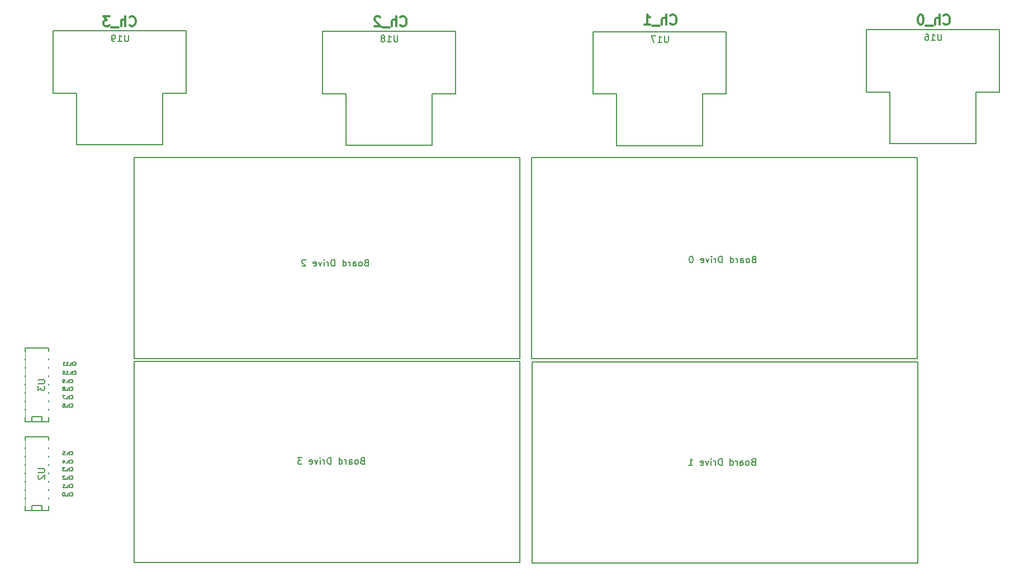
<source format=gbo>
G04 #@! TF.FileFunction,Legend,Bot*
%FSLAX46Y46*%
G04 Gerber Fmt 4.6, Leading zero omitted, Abs format (unit mm)*
G04 Created by KiCad (PCBNEW 4.0.7) date 01/25/18 14:49:12*
%MOMM*%
%LPD*%
G01*
G04 APERTURE LIST*
%ADD10C,0.100000*%
%ADD11C,0.300000*%
%ADD12C,0.127000*%
%ADD13C,0.150000*%
%ADD14C,3.092400*%
%ADD15R,1.924000X1.924000*%
%ADD16C,1.924000*%
%ADD17C,2.584400*%
%ADD18C,2.900000*%
%ADD19C,3.400000*%
%ADD20C,3.956000*%
%ADD21C,7.004000*%
%ADD22R,1.950000X1.000000*%
%ADD23C,3.600000*%
G04 APERTURE END LIST*
D10*
D11*
X82373599Y-67820314D02*
X82445028Y-67891743D01*
X82659314Y-67963171D01*
X82802171Y-67963171D01*
X83016456Y-67891743D01*
X83159314Y-67748886D01*
X83230742Y-67606029D01*
X83302171Y-67320314D01*
X83302171Y-67106029D01*
X83230742Y-66820314D01*
X83159314Y-66677457D01*
X83016456Y-66534600D01*
X82802171Y-66463171D01*
X82659314Y-66463171D01*
X82445028Y-66534600D01*
X82373599Y-66606029D01*
X81730742Y-67963171D02*
X81730742Y-66463171D01*
X81087885Y-67963171D02*
X81087885Y-67177457D01*
X81159314Y-67034600D01*
X81302171Y-66963171D01*
X81516456Y-66963171D01*
X81659314Y-67034600D01*
X81730742Y-67106029D01*
X80730742Y-68106029D02*
X79587885Y-68106029D01*
X79373599Y-66463171D02*
X78445028Y-66463171D01*
X78945028Y-67034600D01*
X78730742Y-67034600D01*
X78587885Y-67106029D01*
X78516456Y-67177457D01*
X78445028Y-67320314D01*
X78445028Y-67677457D01*
X78516456Y-67820314D01*
X78587885Y-67891743D01*
X78730742Y-67963171D01*
X79159314Y-67963171D01*
X79302171Y-67891743D01*
X79373599Y-67820314D01*
X123419999Y-67845714D02*
X123491428Y-67917143D01*
X123705714Y-67988571D01*
X123848571Y-67988571D01*
X124062856Y-67917143D01*
X124205714Y-67774286D01*
X124277142Y-67631429D01*
X124348571Y-67345714D01*
X124348571Y-67131429D01*
X124277142Y-66845714D01*
X124205714Y-66702857D01*
X124062856Y-66560000D01*
X123848571Y-66488571D01*
X123705714Y-66488571D01*
X123491428Y-66560000D01*
X123419999Y-66631429D01*
X122777142Y-67988571D02*
X122777142Y-66488571D01*
X122134285Y-67988571D02*
X122134285Y-67202857D01*
X122205714Y-67060000D01*
X122348571Y-66988571D01*
X122562856Y-66988571D01*
X122705714Y-67060000D01*
X122777142Y-67131429D01*
X121777142Y-68131429D02*
X120634285Y-68131429D01*
X120348571Y-66631429D02*
X120277142Y-66560000D01*
X120134285Y-66488571D01*
X119777142Y-66488571D01*
X119634285Y-66560000D01*
X119562856Y-66631429D01*
X119491428Y-66774286D01*
X119491428Y-66917143D01*
X119562856Y-67131429D01*
X120419999Y-67988571D01*
X119491428Y-67988571D01*
X164313999Y-67591714D02*
X164385428Y-67663143D01*
X164599714Y-67734571D01*
X164742571Y-67734571D01*
X164956856Y-67663143D01*
X165099714Y-67520286D01*
X165171142Y-67377429D01*
X165242571Y-67091714D01*
X165242571Y-66877429D01*
X165171142Y-66591714D01*
X165099714Y-66448857D01*
X164956856Y-66306000D01*
X164742571Y-66234571D01*
X164599714Y-66234571D01*
X164385428Y-66306000D01*
X164313999Y-66377429D01*
X163671142Y-67734571D02*
X163671142Y-66234571D01*
X163028285Y-67734571D02*
X163028285Y-66948857D01*
X163099714Y-66806000D01*
X163242571Y-66734571D01*
X163456856Y-66734571D01*
X163599714Y-66806000D01*
X163671142Y-66877429D01*
X162671142Y-67877429D02*
X161528285Y-67877429D01*
X160385428Y-67734571D02*
X161242571Y-67734571D01*
X160813999Y-67734571D02*
X160813999Y-66234571D01*
X160956856Y-66448857D01*
X161099714Y-66591714D01*
X161242571Y-66663143D01*
X205715999Y-67591714D02*
X205787428Y-67663143D01*
X206001714Y-67734571D01*
X206144571Y-67734571D01*
X206358856Y-67663143D01*
X206501714Y-67520286D01*
X206573142Y-67377429D01*
X206644571Y-67091714D01*
X206644571Y-66877429D01*
X206573142Y-66591714D01*
X206501714Y-66448857D01*
X206358856Y-66306000D01*
X206144571Y-66234571D01*
X206001714Y-66234571D01*
X205787428Y-66306000D01*
X205715999Y-66377429D01*
X205073142Y-67734571D02*
X205073142Y-66234571D01*
X204430285Y-67734571D02*
X204430285Y-66948857D01*
X204501714Y-66806000D01*
X204644571Y-66734571D01*
X204858856Y-66734571D01*
X205001714Y-66806000D01*
X205073142Y-66877429D01*
X204073142Y-67877429D02*
X202930285Y-67877429D01*
X202287428Y-66234571D02*
X202144571Y-66234571D01*
X202001714Y-66306000D01*
X201930285Y-66377429D01*
X201858856Y-66520286D01*
X201787428Y-66806000D01*
X201787428Y-67163143D01*
X201858856Y-67448857D01*
X201930285Y-67591714D01*
X202001714Y-67663143D01*
X202144571Y-67734571D01*
X202287428Y-67734571D01*
X202430285Y-67663143D01*
X202501714Y-67591714D01*
X202573142Y-67448857D01*
X202644571Y-67163143D01*
X202644571Y-66806000D01*
X202573142Y-66520286D01*
X202501714Y-66377429D01*
X202430285Y-66306000D01*
X202287428Y-66234571D01*
D12*
X73956334Y-119307429D02*
X73980524Y-119331619D01*
X74053096Y-119355810D01*
X74101477Y-119355810D01*
X74174048Y-119331619D01*
X74222429Y-119283238D01*
X74246620Y-119234857D01*
X74270810Y-119138095D01*
X74270810Y-119065524D01*
X74246620Y-118968762D01*
X74222429Y-118920381D01*
X74174048Y-118872000D01*
X74101477Y-118847810D01*
X74053096Y-118847810D01*
X73980524Y-118872000D01*
X73956334Y-118896190D01*
X73738620Y-119355810D02*
X73738620Y-118847810D01*
X73520905Y-119355810D02*
X73520905Y-119089714D01*
X73545096Y-119041333D01*
X73593477Y-119017143D01*
X73666048Y-119017143D01*
X73714429Y-119041333D01*
X73738620Y-119065524D01*
X73279001Y-119307429D02*
X73254810Y-119331619D01*
X73279001Y-119355810D01*
X73303191Y-119331619D01*
X73279001Y-119307429D01*
X73279001Y-119355810D01*
X72771000Y-119355810D02*
X73061286Y-119355810D01*
X72916143Y-119355810D02*
X72916143Y-118847810D01*
X72964524Y-118920381D01*
X73012905Y-118968762D01*
X73061286Y-118992952D01*
X72287190Y-119355810D02*
X72577476Y-119355810D01*
X72432333Y-119355810D02*
X72432333Y-118847810D01*
X72480714Y-118920381D01*
X72529095Y-118968762D01*
X72577476Y-118992952D01*
X73956334Y-120704429D02*
X73980524Y-120728619D01*
X74053096Y-120752810D01*
X74101477Y-120752810D01*
X74174048Y-120728619D01*
X74222429Y-120680238D01*
X74246620Y-120631857D01*
X74270810Y-120535095D01*
X74270810Y-120462524D01*
X74246620Y-120365762D01*
X74222429Y-120317381D01*
X74174048Y-120269000D01*
X74101477Y-120244810D01*
X74053096Y-120244810D01*
X73980524Y-120269000D01*
X73956334Y-120293190D01*
X73738620Y-120752810D02*
X73738620Y-120244810D01*
X73520905Y-120752810D02*
X73520905Y-120486714D01*
X73545096Y-120438333D01*
X73593477Y-120414143D01*
X73666048Y-120414143D01*
X73714429Y-120438333D01*
X73738620Y-120462524D01*
X73279001Y-120704429D02*
X73254810Y-120728619D01*
X73279001Y-120752810D01*
X73303191Y-120728619D01*
X73279001Y-120704429D01*
X73279001Y-120752810D01*
X72771000Y-120752810D02*
X73061286Y-120752810D01*
X72916143Y-120752810D02*
X72916143Y-120244810D01*
X72964524Y-120317381D01*
X73012905Y-120365762D01*
X73061286Y-120389952D01*
X72456524Y-120244810D02*
X72408143Y-120244810D01*
X72359762Y-120269000D01*
X72335571Y-120293190D01*
X72311381Y-120341571D01*
X72287190Y-120438333D01*
X72287190Y-120559286D01*
X72311381Y-120656048D01*
X72335571Y-120704429D01*
X72359762Y-120728619D01*
X72408143Y-120752810D01*
X72456524Y-120752810D01*
X72504905Y-120728619D01*
X72529095Y-120704429D01*
X72553286Y-120656048D01*
X72577476Y-120559286D01*
X72577476Y-120438333D01*
X72553286Y-120341571D01*
X72529095Y-120293190D01*
X72504905Y-120269000D01*
X72456524Y-120244810D01*
X73460429Y-121974429D02*
X73484619Y-121998619D01*
X73557191Y-122022810D01*
X73605572Y-122022810D01*
X73678143Y-121998619D01*
X73726524Y-121950238D01*
X73750715Y-121901857D01*
X73774905Y-121805095D01*
X73774905Y-121732524D01*
X73750715Y-121635762D01*
X73726524Y-121587381D01*
X73678143Y-121539000D01*
X73605572Y-121514810D01*
X73557191Y-121514810D01*
X73484619Y-121539000D01*
X73460429Y-121563190D01*
X73242715Y-122022810D02*
X73242715Y-121514810D01*
X73025000Y-122022810D02*
X73025000Y-121756714D01*
X73049191Y-121708333D01*
X73097572Y-121684143D01*
X73170143Y-121684143D01*
X73218524Y-121708333D01*
X73242715Y-121732524D01*
X72783096Y-121974429D02*
X72758905Y-121998619D01*
X72783096Y-122022810D01*
X72807286Y-121998619D01*
X72783096Y-121974429D01*
X72783096Y-122022810D01*
X72517000Y-122022810D02*
X72420238Y-122022810D01*
X72371857Y-121998619D01*
X72347667Y-121974429D01*
X72299286Y-121901857D01*
X72275095Y-121805095D01*
X72275095Y-121611571D01*
X72299286Y-121563190D01*
X72323476Y-121539000D01*
X72371857Y-121514810D01*
X72468619Y-121514810D01*
X72517000Y-121539000D01*
X72541191Y-121563190D01*
X72565381Y-121611571D01*
X72565381Y-121732524D01*
X72541191Y-121780905D01*
X72517000Y-121805095D01*
X72468619Y-121829286D01*
X72371857Y-121829286D01*
X72323476Y-121805095D01*
X72299286Y-121780905D01*
X72275095Y-121732524D01*
X73460429Y-123117429D02*
X73484619Y-123141619D01*
X73557191Y-123165810D01*
X73605572Y-123165810D01*
X73678143Y-123141619D01*
X73726524Y-123093238D01*
X73750715Y-123044857D01*
X73774905Y-122948095D01*
X73774905Y-122875524D01*
X73750715Y-122778762D01*
X73726524Y-122730381D01*
X73678143Y-122682000D01*
X73605572Y-122657810D01*
X73557191Y-122657810D01*
X73484619Y-122682000D01*
X73460429Y-122706190D01*
X73242715Y-123165810D02*
X73242715Y-122657810D01*
X73025000Y-123165810D02*
X73025000Y-122899714D01*
X73049191Y-122851333D01*
X73097572Y-122827143D01*
X73170143Y-122827143D01*
X73218524Y-122851333D01*
X73242715Y-122875524D01*
X72783096Y-123117429D02*
X72758905Y-123141619D01*
X72783096Y-123165810D01*
X72807286Y-123141619D01*
X72783096Y-123117429D01*
X72783096Y-123165810D01*
X72468619Y-122875524D02*
X72517000Y-122851333D01*
X72541191Y-122827143D01*
X72565381Y-122778762D01*
X72565381Y-122754571D01*
X72541191Y-122706190D01*
X72517000Y-122682000D01*
X72468619Y-122657810D01*
X72371857Y-122657810D01*
X72323476Y-122682000D01*
X72299286Y-122706190D01*
X72275095Y-122754571D01*
X72275095Y-122778762D01*
X72299286Y-122827143D01*
X72323476Y-122851333D01*
X72371857Y-122875524D01*
X72468619Y-122875524D01*
X72517000Y-122899714D01*
X72541191Y-122923905D01*
X72565381Y-122972286D01*
X72565381Y-123069048D01*
X72541191Y-123117429D01*
X72517000Y-123141619D01*
X72468619Y-123165810D01*
X72371857Y-123165810D01*
X72323476Y-123141619D01*
X72299286Y-123117429D01*
X72275095Y-123069048D01*
X72275095Y-122972286D01*
X72299286Y-122923905D01*
X72323476Y-122899714D01*
X72371857Y-122875524D01*
X73460429Y-124387429D02*
X73484619Y-124411619D01*
X73557191Y-124435810D01*
X73605572Y-124435810D01*
X73678143Y-124411619D01*
X73726524Y-124363238D01*
X73750715Y-124314857D01*
X73774905Y-124218095D01*
X73774905Y-124145524D01*
X73750715Y-124048762D01*
X73726524Y-124000381D01*
X73678143Y-123952000D01*
X73605572Y-123927810D01*
X73557191Y-123927810D01*
X73484619Y-123952000D01*
X73460429Y-123976190D01*
X73242715Y-124435810D02*
X73242715Y-123927810D01*
X73025000Y-124435810D02*
X73025000Y-124169714D01*
X73049191Y-124121333D01*
X73097572Y-124097143D01*
X73170143Y-124097143D01*
X73218524Y-124121333D01*
X73242715Y-124145524D01*
X72783096Y-124387429D02*
X72758905Y-124411619D01*
X72783096Y-124435810D01*
X72807286Y-124411619D01*
X72783096Y-124387429D01*
X72783096Y-124435810D01*
X72589572Y-123927810D02*
X72250905Y-123927810D01*
X72468619Y-124435810D01*
X73460429Y-125657429D02*
X73484619Y-125681619D01*
X73557191Y-125705810D01*
X73605572Y-125705810D01*
X73678143Y-125681619D01*
X73726524Y-125633238D01*
X73750715Y-125584857D01*
X73774905Y-125488095D01*
X73774905Y-125415524D01*
X73750715Y-125318762D01*
X73726524Y-125270381D01*
X73678143Y-125222000D01*
X73605572Y-125197810D01*
X73557191Y-125197810D01*
X73484619Y-125222000D01*
X73460429Y-125246190D01*
X73242715Y-125705810D02*
X73242715Y-125197810D01*
X73025000Y-125705810D02*
X73025000Y-125439714D01*
X73049191Y-125391333D01*
X73097572Y-125367143D01*
X73170143Y-125367143D01*
X73218524Y-125391333D01*
X73242715Y-125415524D01*
X72783096Y-125657429D02*
X72758905Y-125681619D01*
X72783096Y-125705810D01*
X72807286Y-125681619D01*
X72783096Y-125657429D01*
X72783096Y-125705810D01*
X72323476Y-125197810D02*
X72420238Y-125197810D01*
X72468619Y-125222000D01*
X72492810Y-125246190D01*
X72541191Y-125318762D01*
X72565381Y-125415524D01*
X72565381Y-125609048D01*
X72541191Y-125657429D01*
X72517000Y-125681619D01*
X72468619Y-125705810D01*
X72371857Y-125705810D01*
X72323476Y-125681619D01*
X72299286Y-125657429D01*
X72275095Y-125609048D01*
X72275095Y-125488095D01*
X72299286Y-125439714D01*
X72323476Y-125415524D01*
X72371857Y-125391333D01*
X72468619Y-125391333D01*
X72517000Y-125415524D01*
X72541191Y-125439714D01*
X72565381Y-125488095D01*
X73460429Y-132896429D02*
X73484619Y-132920619D01*
X73557191Y-132944810D01*
X73605572Y-132944810D01*
X73678143Y-132920619D01*
X73726524Y-132872238D01*
X73750715Y-132823857D01*
X73774905Y-132727095D01*
X73774905Y-132654524D01*
X73750715Y-132557762D01*
X73726524Y-132509381D01*
X73678143Y-132461000D01*
X73605572Y-132436810D01*
X73557191Y-132436810D01*
X73484619Y-132461000D01*
X73460429Y-132485190D01*
X73242715Y-132944810D02*
X73242715Y-132436810D01*
X73025000Y-132944810D02*
X73025000Y-132678714D01*
X73049191Y-132630333D01*
X73097572Y-132606143D01*
X73170143Y-132606143D01*
X73218524Y-132630333D01*
X73242715Y-132654524D01*
X72783096Y-132896429D02*
X72758905Y-132920619D01*
X72783096Y-132944810D01*
X72807286Y-132920619D01*
X72783096Y-132896429D01*
X72783096Y-132944810D01*
X72299286Y-132436810D02*
X72541191Y-132436810D01*
X72565381Y-132678714D01*
X72541191Y-132654524D01*
X72492810Y-132630333D01*
X72371857Y-132630333D01*
X72323476Y-132654524D01*
X72299286Y-132678714D01*
X72275095Y-132727095D01*
X72275095Y-132848048D01*
X72299286Y-132896429D01*
X72323476Y-132920619D01*
X72371857Y-132944810D01*
X72492810Y-132944810D01*
X72541191Y-132920619D01*
X72565381Y-132896429D01*
X73460429Y-134166429D02*
X73484619Y-134190619D01*
X73557191Y-134214810D01*
X73605572Y-134214810D01*
X73678143Y-134190619D01*
X73726524Y-134142238D01*
X73750715Y-134093857D01*
X73774905Y-133997095D01*
X73774905Y-133924524D01*
X73750715Y-133827762D01*
X73726524Y-133779381D01*
X73678143Y-133731000D01*
X73605572Y-133706810D01*
X73557191Y-133706810D01*
X73484619Y-133731000D01*
X73460429Y-133755190D01*
X73242715Y-134214810D02*
X73242715Y-133706810D01*
X73025000Y-134214810D02*
X73025000Y-133948714D01*
X73049191Y-133900333D01*
X73097572Y-133876143D01*
X73170143Y-133876143D01*
X73218524Y-133900333D01*
X73242715Y-133924524D01*
X72783096Y-134166429D02*
X72758905Y-134190619D01*
X72783096Y-134214810D01*
X72807286Y-134190619D01*
X72783096Y-134166429D01*
X72783096Y-134214810D01*
X72323476Y-133876143D02*
X72323476Y-134214810D01*
X72444429Y-133682619D02*
X72565381Y-134045476D01*
X72250905Y-134045476D01*
X73460429Y-135309429D02*
X73484619Y-135333619D01*
X73557191Y-135357810D01*
X73605572Y-135357810D01*
X73678143Y-135333619D01*
X73726524Y-135285238D01*
X73750715Y-135236857D01*
X73774905Y-135140095D01*
X73774905Y-135067524D01*
X73750715Y-134970762D01*
X73726524Y-134922381D01*
X73678143Y-134874000D01*
X73605572Y-134849810D01*
X73557191Y-134849810D01*
X73484619Y-134874000D01*
X73460429Y-134898190D01*
X73242715Y-135357810D02*
X73242715Y-134849810D01*
X73025000Y-135357810D02*
X73025000Y-135091714D01*
X73049191Y-135043333D01*
X73097572Y-135019143D01*
X73170143Y-135019143D01*
X73218524Y-135043333D01*
X73242715Y-135067524D01*
X72783096Y-135309429D02*
X72758905Y-135333619D01*
X72783096Y-135357810D01*
X72807286Y-135333619D01*
X72783096Y-135309429D01*
X72783096Y-135357810D01*
X72589572Y-134849810D02*
X72275095Y-134849810D01*
X72444429Y-135043333D01*
X72371857Y-135043333D01*
X72323476Y-135067524D01*
X72299286Y-135091714D01*
X72275095Y-135140095D01*
X72275095Y-135261048D01*
X72299286Y-135309429D01*
X72323476Y-135333619D01*
X72371857Y-135357810D01*
X72517000Y-135357810D01*
X72565381Y-135333619D01*
X72589572Y-135309429D01*
X73460429Y-136579429D02*
X73484619Y-136603619D01*
X73557191Y-136627810D01*
X73605572Y-136627810D01*
X73678143Y-136603619D01*
X73726524Y-136555238D01*
X73750715Y-136506857D01*
X73774905Y-136410095D01*
X73774905Y-136337524D01*
X73750715Y-136240762D01*
X73726524Y-136192381D01*
X73678143Y-136144000D01*
X73605572Y-136119810D01*
X73557191Y-136119810D01*
X73484619Y-136144000D01*
X73460429Y-136168190D01*
X73242715Y-136627810D02*
X73242715Y-136119810D01*
X73025000Y-136627810D02*
X73025000Y-136361714D01*
X73049191Y-136313333D01*
X73097572Y-136289143D01*
X73170143Y-136289143D01*
X73218524Y-136313333D01*
X73242715Y-136337524D01*
X72783096Y-136579429D02*
X72758905Y-136603619D01*
X72783096Y-136627810D01*
X72807286Y-136603619D01*
X72783096Y-136579429D01*
X72783096Y-136627810D01*
X72565381Y-136168190D02*
X72541191Y-136144000D01*
X72492810Y-136119810D01*
X72371857Y-136119810D01*
X72323476Y-136144000D01*
X72299286Y-136168190D01*
X72275095Y-136216571D01*
X72275095Y-136264952D01*
X72299286Y-136337524D01*
X72589572Y-136627810D01*
X72275095Y-136627810D01*
X73460429Y-137849429D02*
X73484619Y-137873619D01*
X73557191Y-137897810D01*
X73605572Y-137897810D01*
X73678143Y-137873619D01*
X73726524Y-137825238D01*
X73750715Y-137776857D01*
X73774905Y-137680095D01*
X73774905Y-137607524D01*
X73750715Y-137510762D01*
X73726524Y-137462381D01*
X73678143Y-137414000D01*
X73605572Y-137389810D01*
X73557191Y-137389810D01*
X73484619Y-137414000D01*
X73460429Y-137438190D01*
X73242715Y-137897810D02*
X73242715Y-137389810D01*
X73025000Y-137897810D02*
X73025000Y-137631714D01*
X73049191Y-137583333D01*
X73097572Y-137559143D01*
X73170143Y-137559143D01*
X73218524Y-137583333D01*
X73242715Y-137607524D01*
X72783096Y-137849429D02*
X72758905Y-137873619D01*
X72783096Y-137897810D01*
X72807286Y-137873619D01*
X72783096Y-137849429D01*
X72783096Y-137897810D01*
X72275095Y-137897810D02*
X72565381Y-137897810D01*
X72420238Y-137897810D02*
X72420238Y-137389810D01*
X72468619Y-137462381D01*
X72517000Y-137510762D01*
X72565381Y-137534952D01*
X73460429Y-139119429D02*
X73484619Y-139143619D01*
X73557191Y-139167810D01*
X73605572Y-139167810D01*
X73678143Y-139143619D01*
X73726524Y-139095238D01*
X73750715Y-139046857D01*
X73774905Y-138950095D01*
X73774905Y-138877524D01*
X73750715Y-138780762D01*
X73726524Y-138732381D01*
X73678143Y-138684000D01*
X73605572Y-138659810D01*
X73557191Y-138659810D01*
X73484619Y-138684000D01*
X73460429Y-138708190D01*
X73242715Y-139167810D02*
X73242715Y-138659810D01*
X73025000Y-139167810D02*
X73025000Y-138901714D01*
X73049191Y-138853333D01*
X73097572Y-138829143D01*
X73170143Y-138829143D01*
X73218524Y-138853333D01*
X73242715Y-138877524D01*
X72783096Y-139119429D02*
X72758905Y-139143619D01*
X72783096Y-139167810D01*
X72807286Y-139143619D01*
X72783096Y-139119429D01*
X72783096Y-139167810D01*
X72444429Y-138659810D02*
X72396048Y-138659810D01*
X72347667Y-138684000D01*
X72323476Y-138708190D01*
X72299286Y-138756571D01*
X72275095Y-138853333D01*
X72275095Y-138974286D01*
X72299286Y-139071048D01*
X72323476Y-139119429D01*
X72347667Y-139143619D01*
X72396048Y-139167810D01*
X72444429Y-139167810D01*
X72492810Y-139143619D01*
X72517000Y-139119429D01*
X72541191Y-139071048D01*
X72565381Y-138974286D01*
X72565381Y-138853333D01*
X72541191Y-138756571D01*
X72517000Y-138708190D01*
X72492810Y-138684000D01*
X72444429Y-138659810D01*
D13*
X69065990Y-141383324D02*
X69065990Y-140621324D01*
X69065990Y-140621324D02*
X67541990Y-140621324D01*
X67541990Y-140621324D02*
X67541990Y-141383324D01*
X70081990Y-130207324D02*
X66525990Y-130207324D01*
X66525990Y-130207324D02*
X66525990Y-141383324D01*
X66525990Y-141383324D02*
X70081990Y-141383324D01*
X70081990Y-141383324D02*
X70081990Y-130207324D01*
X69065990Y-127921324D02*
X69065990Y-127159324D01*
X69065990Y-127159324D02*
X67541990Y-127159324D01*
X67541990Y-127159324D02*
X67541990Y-127921324D01*
X70081990Y-116745324D02*
X66525990Y-116745324D01*
X66525990Y-116745324D02*
X66525990Y-127921324D01*
X66525990Y-127921324D02*
X70081990Y-127921324D01*
X70081990Y-127921324D02*
X70081990Y-116745324D01*
X143256000Y-118364000D02*
X143256000Y-87884000D01*
X143256000Y-118364000D02*
X201676000Y-118364000D01*
X143256000Y-87884000D02*
X201676000Y-87884000D01*
X201676000Y-118364000D02*
X201676000Y-87884000D01*
X201752200Y-118821200D02*
X201752200Y-149301200D01*
X201752200Y-118821200D02*
X143332200Y-118821200D01*
X201752200Y-149301200D02*
X143332200Y-149301200D01*
X143332200Y-118821200D02*
X143332200Y-149301200D01*
X83058000Y-118360262D02*
X83058000Y-87880262D01*
X83058000Y-118360262D02*
X141478000Y-118360262D01*
X83058000Y-87880262D02*
X141478000Y-87880262D01*
X141478000Y-118360262D02*
X141478000Y-87880262D01*
X141478000Y-118745000D02*
X141478000Y-149225000D01*
X141478000Y-118745000D02*
X83058000Y-118745000D01*
X141478000Y-149225000D02*
X83058000Y-149225000D01*
X83058000Y-118745000D02*
X83058000Y-149225000D01*
X90943800Y-68689000D02*
X70833800Y-68689000D01*
X90943800Y-78159000D02*
X87433800Y-78159000D01*
X90943800Y-68689000D02*
X90943800Y-78159000D01*
X87433800Y-85969000D02*
X87433800Y-78159000D01*
X87433800Y-85969000D02*
X74353800Y-85969000D01*
X74353800Y-85969000D02*
X74353800Y-78159000D01*
X74353800Y-78159000D02*
X70833800Y-78159000D01*
X70833800Y-68689000D02*
X70833800Y-78159000D01*
X131747800Y-68734600D02*
X111637800Y-68734600D01*
X131747800Y-78204600D02*
X128237800Y-78204600D01*
X131747800Y-68734600D02*
X131747800Y-78204600D01*
X128237800Y-86014600D02*
X128237800Y-78204600D01*
X128237800Y-86014600D02*
X115157800Y-86014600D01*
X115157800Y-86014600D02*
X115157800Y-78204600D01*
X115157800Y-78204600D02*
X111637800Y-78204600D01*
X111637800Y-68734600D02*
X111637800Y-78204600D01*
X172731800Y-68790600D02*
X152621800Y-68790600D01*
X172731800Y-78260600D02*
X169221800Y-78260600D01*
X172731800Y-68790600D02*
X172731800Y-78260600D01*
X169221800Y-86070600D02*
X169221800Y-78260600D01*
X169221800Y-86070600D02*
X156141800Y-86070600D01*
X156141800Y-86070600D02*
X156141800Y-78260600D01*
X156141800Y-78260600D02*
X152621800Y-78260600D01*
X152621800Y-68790600D02*
X152621800Y-78260600D01*
X214118800Y-68511200D02*
X194008800Y-68511200D01*
X214118800Y-77981200D02*
X210608800Y-77981200D01*
X214118800Y-68511200D02*
X214118800Y-77981200D01*
X210608800Y-85791200D02*
X210608800Y-77981200D01*
X210608800Y-85791200D02*
X197528800Y-85791200D01*
X197528800Y-85791200D02*
X197528800Y-77981200D01*
X197528800Y-77981200D02*
X194008800Y-77981200D01*
X194008800Y-68511200D02*
X194008800Y-77981200D01*
X68518371Y-135033419D02*
X69327895Y-135033419D01*
X69423133Y-135081038D01*
X69470752Y-135128657D01*
X69518371Y-135223895D01*
X69518371Y-135414372D01*
X69470752Y-135509610D01*
X69423133Y-135557229D01*
X69327895Y-135604848D01*
X68518371Y-135604848D01*
X68613609Y-136033419D02*
X68565990Y-136081038D01*
X68518371Y-136176276D01*
X68518371Y-136414372D01*
X68565990Y-136509610D01*
X68613609Y-136557229D01*
X68708847Y-136604848D01*
X68804085Y-136604848D01*
X68946942Y-136557229D01*
X69518371Y-135985800D01*
X69518371Y-136604848D01*
X68518371Y-121571419D02*
X69327895Y-121571419D01*
X69423133Y-121619038D01*
X69470752Y-121666657D01*
X69518371Y-121761895D01*
X69518371Y-121952372D01*
X69470752Y-122047610D01*
X69423133Y-122095229D01*
X69327895Y-122142848D01*
X68518371Y-122142848D01*
X68518371Y-122523800D02*
X68518371Y-123142848D01*
X68899323Y-122809514D01*
X68899323Y-122952372D01*
X68946942Y-123047610D01*
X68994561Y-123095229D01*
X69089800Y-123142848D01*
X69327895Y-123142848D01*
X69423133Y-123095229D01*
X69470752Y-123047610D01*
X69518371Y-122952372D01*
X69518371Y-122666657D01*
X69470752Y-122571419D01*
X69423133Y-122523800D01*
X176915435Y-103306796D02*
X176772578Y-103354415D01*
X176724959Y-103402035D01*
X176677340Y-103497273D01*
X176677340Y-103640130D01*
X176724959Y-103735368D01*
X176772578Y-103782987D01*
X176867816Y-103830606D01*
X177248769Y-103830606D01*
X177248769Y-102830606D01*
X176915435Y-102830606D01*
X176820197Y-102878225D01*
X176772578Y-102925844D01*
X176724959Y-103021082D01*
X176724959Y-103116320D01*
X176772578Y-103211558D01*
X176820197Y-103259177D01*
X176915435Y-103306796D01*
X177248769Y-103306796D01*
X176105912Y-103830606D02*
X176201150Y-103782987D01*
X176248769Y-103735368D01*
X176296388Y-103640130D01*
X176296388Y-103354415D01*
X176248769Y-103259177D01*
X176201150Y-103211558D01*
X176105912Y-103163939D01*
X175963054Y-103163939D01*
X175867816Y-103211558D01*
X175820197Y-103259177D01*
X175772578Y-103354415D01*
X175772578Y-103640130D01*
X175820197Y-103735368D01*
X175867816Y-103782987D01*
X175963054Y-103830606D01*
X176105912Y-103830606D01*
X174915435Y-103830606D02*
X174915435Y-103306796D01*
X174963054Y-103211558D01*
X175058292Y-103163939D01*
X175248769Y-103163939D01*
X175344007Y-103211558D01*
X174915435Y-103782987D02*
X175010673Y-103830606D01*
X175248769Y-103830606D01*
X175344007Y-103782987D01*
X175391626Y-103687749D01*
X175391626Y-103592511D01*
X175344007Y-103497273D01*
X175248769Y-103449654D01*
X175010673Y-103449654D01*
X174915435Y-103402035D01*
X174439245Y-103830606D02*
X174439245Y-103163939D01*
X174439245Y-103354415D02*
X174391626Y-103259177D01*
X174344007Y-103211558D01*
X174248769Y-103163939D01*
X174153530Y-103163939D01*
X173391625Y-103830606D02*
X173391625Y-102830606D01*
X173391625Y-103782987D02*
X173486863Y-103830606D01*
X173677340Y-103830606D01*
X173772578Y-103782987D01*
X173820197Y-103735368D01*
X173867816Y-103640130D01*
X173867816Y-103354415D01*
X173820197Y-103259177D01*
X173772578Y-103211558D01*
X173677340Y-103163939D01*
X173486863Y-103163939D01*
X173391625Y-103211558D01*
X172153530Y-103830606D02*
X172153530Y-102830606D01*
X171915435Y-102830606D01*
X171772577Y-102878225D01*
X171677339Y-102973463D01*
X171629720Y-103068701D01*
X171582101Y-103259177D01*
X171582101Y-103402035D01*
X171629720Y-103592511D01*
X171677339Y-103687749D01*
X171772577Y-103782987D01*
X171915435Y-103830606D01*
X172153530Y-103830606D01*
X171153530Y-103830606D02*
X171153530Y-103163939D01*
X171153530Y-103354415D02*
X171105911Y-103259177D01*
X171058292Y-103211558D01*
X170963054Y-103163939D01*
X170867815Y-103163939D01*
X170534482Y-103830606D02*
X170534482Y-103163939D01*
X170534482Y-102830606D02*
X170582101Y-102878225D01*
X170534482Y-102925844D01*
X170486863Y-102878225D01*
X170534482Y-102830606D01*
X170534482Y-102925844D01*
X170153530Y-103163939D02*
X169915435Y-103830606D01*
X169677339Y-103163939D01*
X168915434Y-103782987D02*
X169010672Y-103830606D01*
X169201149Y-103830606D01*
X169296387Y-103782987D01*
X169344006Y-103687749D01*
X169344006Y-103306796D01*
X169296387Y-103211558D01*
X169201149Y-103163939D01*
X169010672Y-103163939D01*
X168915434Y-103211558D01*
X168867815Y-103306796D01*
X168867815Y-103402035D01*
X169344006Y-103497273D01*
X167486863Y-102830606D02*
X167391624Y-102830606D01*
X167296386Y-102878225D01*
X167248767Y-102925844D01*
X167201148Y-103021082D01*
X167153529Y-103211558D01*
X167153529Y-103449654D01*
X167201148Y-103640130D01*
X167248767Y-103735368D01*
X167296386Y-103782987D01*
X167391624Y-103830606D01*
X167486863Y-103830606D01*
X167582101Y-103782987D01*
X167629720Y-103735368D01*
X167677339Y-103640130D01*
X167724958Y-103449654D01*
X167724958Y-103211558D01*
X167677339Y-103021082D01*
X167629720Y-102925844D01*
X167582101Y-102878225D01*
X167486863Y-102830606D01*
X176866119Y-133987706D02*
X176723262Y-134035325D01*
X176675643Y-134082945D01*
X176628024Y-134178183D01*
X176628024Y-134321040D01*
X176675643Y-134416278D01*
X176723262Y-134463897D01*
X176818500Y-134511516D01*
X177199453Y-134511516D01*
X177199453Y-133511516D01*
X176866119Y-133511516D01*
X176770881Y-133559135D01*
X176723262Y-133606754D01*
X176675643Y-133701992D01*
X176675643Y-133797230D01*
X176723262Y-133892468D01*
X176770881Y-133940087D01*
X176866119Y-133987706D01*
X177199453Y-133987706D01*
X176056596Y-134511516D02*
X176151834Y-134463897D01*
X176199453Y-134416278D01*
X176247072Y-134321040D01*
X176247072Y-134035325D01*
X176199453Y-133940087D01*
X176151834Y-133892468D01*
X176056596Y-133844849D01*
X175913738Y-133844849D01*
X175818500Y-133892468D01*
X175770881Y-133940087D01*
X175723262Y-134035325D01*
X175723262Y-134321040D01*
X175770881Y-134416278D01*
X175818500Y-134463897D01*
X175913738Y-134511516D01*
X176056596Y-134511516D01*
X174866119Y-134511516D02*
X174866119Y-133987706D01*
X174913738Y-133892468D01*
X175008976Y-133844849D01*
X175199453Y-133844849D01*
X175294691Y-133892468D01*
X174866119Y-134463897D02*
X174961357Y-134511516D01*
X175199453Y-134511516D01*
X175294691Y-134463897D01*
X175342310Y-134368659D01*
X175342310Y-134273421D01*
X175294691Y-134178183D01*
X175199453Y-134130564D01*
X174961357Y-134130564D01*
X174866119Y-134082945D01*
X174389929Y-134511516D02*
X174389929Y-133844849D01*
X174389929Y-134035325D02*
X174342310Y-133940087D01*
X174294691Y-133892468D01*
X174199453Y-133844849D01*
X174104214Y-133844849D01*
X173342309Y-134511516D02*
X173342309Y-133511516D01*
X173342309Y-134463897D02*
X173437547Y-134511516D01*
X173628024Y-134511516D01*
X173723262Y-134463897D01*
X173770881Y-134416278D01*
X173818500Y-134321040D01*
X173818500Y-134035325D01*
X173770881Y-133940087D01*
X173723262Y-133892468D01*
X173628024Y-133844849D01*
X173437547Y-133844849D01*
X173342309Y-133892468D01*
X172104214Y-134511516D02*
X172104214Y-133511516D01*
X171866119Y-133511516D01*
X171723261Y-133559135D01*
X171628023Y-133654373D01*
X171580404Y-133749611D01*
X171532785Y-133940087D01*
X171532785Y-134082945D01*
X171580404Y-134273421D01*
X171628023Y-134368659D01*
X171723261Y-134463897D01*
X171866119Y-134511516D01*
X172104214Y-134511516D01*
X171104214Y-134511516D02*
X171104214Y-133844849D01*
X171104214Y-134035325D02*
X171056595Y-133940087D01*
X171008976Y-133892468D01*
X170913738Y-133844849D01*
X170818499Y-133844849D01*
X170485166Y-134511516D02*
X170485166Y-133844849D01*
X170485166Y-133511516D02*
X170532785Y-133559135D01*
X170485166Y-133606754D01*
X170437547Y-133559135D01*
X170485166Y-133511516D01*
X170485166Y-133606754D01*
X170104214Y-133844849D02*
X169866119Y-134511516D01*
X169628023Y-133844849D01*
X168866118Y-134463897D02*
X168961356Y-134511516D01*
X169151833Y-134511516D01*
X169247071Y-134463897D01*
X169294690Y-134368659D01*
X169294690Y-133987706D01*
X169247071Y-133892468D01*
X169151833Y-133844849D01*
X168961356Y-133844849D01*
X168866118Y-133892468D01*
X168818499Y-133987706D01*
X168818499Y-134082945D01*
X169294690Y-134178183D01*
X167104213Y-134511516D02*
X167675642Y-134511516D01*
X167389928Y-134511516D02*
X167389928Y-133511516D01*
X167485166Y-133654373D01*
X167580404Y-133749611D01*
X167675642Y-133797230D01*
X118230134Y-103814571D02*
X118087277Y-103862190D01*
X118039658Y-103909810D01*
X117992039Y-104005048D01*
X117992039Y-104147905D01*
X118039658Y-104243143D01*
X118087277Y-104290762D01*
X118182515Y-104338381D01*
X118563468Y-104338381D01*
X118563468Y-103338381D01*
X118230134Y-103338381D01*
X118134896Y-103386000D01*
X118087277Y-103433619D01*
X118039658Y-103528857D01*
X118039658Y-103624095D01*
X118087277Y-103719333D01*
X118134896Y-103766952D01*
X118230134Y-103814571D01*
X118563468Y-103814571D01*
X117420611Y-104338381D02*
X117515849Y-104290762D01*
X117563468Y-104243143D01*
X117611087Y-104147905D01*
X117611087Y-103862190D01*
X117563468Y-103766952D01*
X117515849Y-103719333D01*
X117420611Y-103671714D01*
X117277753Y-103671714D01*
X117182515Y-103719333D01*
X117134896Y-103766952D01*
X117087277Y-103862190D01*
X117087277Y-104147905D01*
X117134896Y-104243143D01*
X117182515Y-104290762D01*
X117277753Y-104338381D01*
X117420611Y-104338381D01*
X116230134Y-104338381D02*
X116230134Y-103814571D01*
X116277753Y-103719333D01*
X116372991Y-103671714D01*
X116563468Y-103671714D01*
X116658706Y-103719333D01*
X116230134Y-104290762D02*
X116325372Y-104338381D01*
X116563468Y-104338381D01*
X116658706Y-104290762D01*
X116706325Y-104195524D01*
X116706325Y-104100286D01*
X116658706Y-104005048D01*
X116563468Y-103957429D01*
X116325372Y-103957429D01*
X116230134Y-103909810D01*
X115753944Y-104338381D02*
X115753944Y-103671714D01*
X115753944Y-103862190D02*
X115706325Y-103766952D01*
X115658706Y-103719333D01*
X115563468Y-103671714D01*
X115468229Y-103671714D01*
X114706324Y-104338381D02*
X114706324Y-103338381D01*
X114706324Y-104290762D02*
X114801562Y-104338381D01*
X114992039Y-104338381D01*
X115087277Y-104290762D01*
X115134896Y-104243143D01*
X115182515Y-104147905D01*
X115182515Y-103862190D01*
X115134896Y-103766952D01*
X115087277Y-103719333D01*
X114992039Y-103671714D01*
X114801562Y-103671714D01*
X114706324Y-103719333D01*
X113468229Y-104338381D02*
X113468229Y-103338381D01*
X113230134Y-103338381D01*
X113087276Y-103386000D01*
X112992038Y-103481238D01*
X112944419Y-103576476D01*
X112896800Y-103766952D01*
X112896800Y-103909810D01*
X112944419Y-104100286D01*
X112992038Y-104195524D01*
X113087276Y-104290762D01*
X113230134Y-104338381D01*
X113468229Y-104338381D01*
X112468229Y-104338381D02*
X112468229Y-103671714D01*
X112468229Y-103862190D02*
X112420610Y-103766952D01*
X112372991Y-103719333D01*
X112277753Y-103671714D01*
X112182514Y-103671714D01*
X111849181Y-104338381D02*
X111849181Y-103671714D01*
X111849181Y-103338381D02*
X111896800Y-103386000D01*
X111849181Y-103433619D01*
X111801562Y-103386000D01*
X111849181Y-103338381D01*
X111849181Y-103433619D01*
X111468229Y-103671714D02*
X111230134Y-104338381D01*
X110992038Y-103671714D01*
X110230133Y-104290762D02*
X110325371Y-104338381D01*
X110515848Y-104338381D01*
X110611086Y-104290762D01*
X110658705Y-104195524D01*
X110658705Y-103814571D01*
X110611086Y-103719333D01*
X110515848Y-103671714D01*
X110325371Y-103671714D01*
X110230133Y-103719333D01*
X110182514Y-103814571D01*
X110182514Y-103909810D01*
X110658705Y-104005048D01*
X109039657Y-103433619D02*
X108992038Y-103386000D01*
X108896800Y-103338381D01*
X108658704Y-103338381D01*
X108563466Y-103386000D01*
X108515847Y-103433619D01*
X108468228Y-103528857D01*
X108468228Y-103624095D01*
X108515847Y-103766952D01*
X109087276Y-104338381D01*
X108468228Y-104338381D01*
X117644276Y-133837371D02*
X117501419Y-133884990D01*
X117453800Y-133932610D01*
X117406181Y-134027848D01*
X117406181Y-134170705D01*
X117453800Y-134265943D01*
X117501419Y-134313562D01*
X117596657Y-134361181D01*
X117977610Y-134361181D01*
X117977610Y-133361181D01*
X117644276Y-133361181D01*
X117549038Y-133408800D01*
X117501419Y-133456419D01*
X117453800Y-133551657D01*
X117453800Y-133646895D01*
X117501419Y-133742133D01*
X117549038Y-133789752D01*
X117644276Y-133837371D01*
X117977610Y-133837371D01*
X116834753Y-134361181D02*
X116929991Y-134313562D01*
X116977610Y-134265943D01*
X117025229Y-134170705D01*
X117025229Y-133884990D01*
X116977610Y-133789752D01*
X116929991Y-133742133D01*
X116834753Y-133694514D01*
X116691895Y-133694514D01*
X116596657Y-133742133D01*
X116549038Y-133789752D01*
X116501419Y-133884990D01*
X116501419Y-134170705D01*
X116549038Y-134265943D01*
X116596657Y-134313562D01*
X116691895Y-134361181D01*
X116834753Y-134361181D01*
X115644276Y-134361181D02*
X115644276Y-133837371D01*
X115691895Y-133742133D01*
X115787133Y-133694514D01*
X115977610Y-133694514D01*
X116072848Y-133742133D01*
X115644276Y-134313562D02*
X115739514Y-134361181D01*
X115977610Y-134361181D01*
X116072848Y-134313562D01*
X116120467Y-134218324D01*
X116120467Y-134123086D01*
X116072848Y-134027848D01*
X115977610Y-133980229D01*
X115739514Y-133980229D01*
X115644276Y-133932610D01*
X115168086Y-134361181D02*
X115168086Y-133694514D01*
X115168086Y-133884990D02*
X115120467Y-133789752D01*
X115072848Y-133742133D01*
X114977610Y-133694514D01*
X114882371Y-133694514D01*
X114120466Y-134361181D02*
X114120466Y-133361181D01*
X114120466Y-134313562D02*
X114215704Y-134361181D01*
X114406181Y-134361181D01*
X114501419Y-134313562D01*
X114549038Y-134265943D01*
X114596657Y-134170705D01*
X114596657Y-133884990D01*
X114549038Y-133789752D01*
X114501419Y-133742133D01*
X114406181Y-133694514D01*
X114215704Y-133694514D01*
X114120466Y-133742133D01*
X112882371Y-134361181D02*
X112882371Y-133361181D01*
X112644276Y-133361181D01*
X112501418Y-133408800D01*
X112406180Y-133504038D01*
X112358561Y-133599276D01*
X112310942Y-133789752D01*
X112310942Y-133932610D01*
X112358561Y-134123086D01*
X112406180Y-134218324D01*
X112501418Y-134313562D01*
X112644276Y-134361181D01*
X112882371Y-134361181D01*
X111882371Y-134361181D02*
X111882371Y-133694514D01*
X111882371Y-133884990D02*
X111834752Y-133789752D01*
X111787133Y-133742133D01*
X111691895Y-133694514D01*
X111596656Y-133694514D01*
X111263323Y-134361181D02*
X111263323Y-133694514D01*
X111263323Y-133361181D02*
X111310942Y-133408800D01*
X111263323Y-133456419D01*
X111215704Y-133408800D01*
X111263323Y-133361181D01*
X111263323Y-133456419D01*
X110882371Y-133694514D02*
X110644276Y-134361181D01*
X110406180Y-133694514D01*
X109644275Y-134313562D02*
X109739513Y-134361181D01*
X109929990Y-134361181D01*
X110025228Y-134313562D01*
X110072847Y-134218324D01*
X110072847Y-133837371D01*
X110025228Y-133742133D01*
X109929990Y-133694514D01*
X109739513Y-133694514D01*
X109644275Y-133742133D01*
X109596656Y-133837371D01*
X109596656Y-133932610D01*
X110072847Y-134027848D01*
X108501418Y-133361181D02*
X107882370Y-133361181D01*
X108215704Y-133742133D01*
X108072846Y-133742133D01*
X107977608Y-133789752D01*
X107929989Y-133837371D01*
X107882370Y-133932610D01*
X107882370Y-134170705D01*
X107929989Y-134265943D01*
X107977608Y-134313562D01*
X108072846Y-134361181D01*
X108358561Y-134361181D01*
X108453799Y-134313562D01*
X108501418Y-134265943D01*
X82187895Y-69302381D02*
X82187895Y-70111905D01*
X82140276Y-70207143D01*
X82092657Y-70254762D01*
X81997419Y-70302381D01*
X81806942Y-70302381D01*
X81711704Y-70254762D01*
X81664085Y-70207143D01*
X81616466Y-70111905D01*
X81616466Y-69302381D01*
X80616466Y-70302381D02*
X81187895Y-70302381D01*
X80902181Y-70302381D02*
X80902181Y-69302381D01*
X80997419Y-69445238D01*
X81092657Y-69540476D01*
X81187895Y-69588095D01*
X80140276Y-70302381D02*
X79949800Y-70302381D01*
X79854561Y-70254762D01*
X79806942Y-70207143D01*
X79711704Y-70064286D01*
X79664085Y-69873810D01*
X79664085Y-69492857D01*
X79711704Y-69397619D01*
X79759323Y-69350000D01*
X79854561Y-69302381D01*
X80045038Y-69302381D01*
X80140276Y-69350000D01*
X80187895Y-69397619D01*
X80235514Y-69492857D01*
X80235514Y-69730952D01*
X80187895Y-69826190D01*
X80140276Y-69873810D01*
X80045038Y-69921429D01*
X79854561Y-69921429D01*
X79759323Y-69873810D01*
X79711704Y-69826190D01*
X79664085Y-69730952D01*
X122991895Y-69347981D02*
X122991895Y-70157505D01*
X122944276Y-70252743D01*
X122896657Y-70300362D01*
X122801419Y-70347981D01*
X122610942Y-70347981D01*
X122515704Y-70300362D01*
X122468085Y-70252743D01*
X122420466Y-70157505D01*
X122420466Y-69347981D01*
X121420466Y-70347981D02*
X121991895Y-70347981D01*
X121706181Y-70347981D02*
X121706181Y-69347981D01*
X121801419Y-69490838D01*
X121896657Y-69586076D01*
X121991895Y-69633695D01*
X120849038Y-69776552D02*
X120944276Y-69728933D01*
X120991895Y-69681314D01*
X121039514Y-69586076D01*
X121039514Y-69538457D01*
X120991895Y-69443219D01*
X120944276Y-69395600D01*
X120849038Y-69347981D01*
X120658561Y-69347981D01*
X120563323Y-69395600D01*
X120515704Y-69443219D01*
X120468085Y-69538457D01*
X120468085Y-69586076D01*
X120515704Y-69681314D01*
X120563323Y-69728933D01*
X120658561Y-69776552D01*
X120849038Y-69776552D01*
X120944276Y-69824171D01*
X120991895Y-69871790D01*
X121039514Y-69967029D01*
X121039514Y-70157505D01*
X120991895Y-70252743D01*
X120944276Y-70300362D01*
X120849038Y-70347981D01*
X120658561Y-70347981D01*
X120563323Y-70300362D01*
X120515704Y-70252743D01*
X120468085Y-70157505D01*
X120468085Y-69967029D01*
X120515704Y-69871790D01*
X120563323Y-69824171D01*
X120658561Y-69776552D01*
X163975895Y-69403981D02*
X163975895Y-70213505D01*
X163928276Y-70308743D01*
X163880657Y-70356362D01*
X163785419Y-70403981D01*
X163594942Y-70403981D01*
X163499704Y-70356362D01*
X163452085Y-70308743D01*
X163404466Y-70213505D01*
X163404466Y-69403981D01*
X162404466Y-70403981D02*
X162975895Y-70403981D01*
X162690181Y-70403981D02*
X162690181Y-69403981D01*
X162785419Y-69546838D01*
X162880657Y-69642076D01*
X162975895Y-69689695D01*
X162071133Y-69403981D02*
X161404466Y-69403981D01*
X161833038Y-70403981D01*
X205362895Y-69124581D02*
X205362895Y-69934105D01*
X205315276Y-70029343D01*
X205267657Y-70076962D01*
X205172419Y-70124581D01*
X204981942Y-70124581D01*
X204886704Y-70076962D01*
X204839085Y-70029343D01*
X204791466Y-69934105D01*
X204791466Y-69124581D01*
X203791466Y-70124581D02*
X204362895Y-70124581D01*
X204077181Y-70124581D02*
X204077181Y-69124581D01*
X204172419Y-69267438D01*
X204267657Y-69362676D01*
X204362895Y-69410295D01*
X202934323Y-69124581D02*
X203124800Y-69124581D01*
X203220038Y-69172200D01*
X203267657Y-69219819D01*
X203362895Y-69362676D01*
X203410514Y-69553152D01*
X203410514Y-69934105D01*
X203362895Y-70029343D01*
X203315276Y-70076962D01*
X203220038Y-70124581D01*
X203029561Y-70124581D01*
X202934323Y-70076962D01*
X202886704Y-70029343D01*
X202839085Y-69934105D01*
X202839085Y-69696010D01*
X202886704Y-69600771D01*
X202934323Y-69553152D01*
X203029561Y-69505533D01*
X203220038Y-69505533D01*
X203315276Y-69553152D01*
X203362895Y-69600771D01*
X203410514Y-69696010D01*
%LPC*%
D14*
X77093990Y-114586324D03*
X64393990Y-145066324D03*
D15*
X53217990Y-146590324D03*
D16*
X58297990Y-146590324D03*
X78109990Y-122206324D03*
X78109990Y-124746324D03*
X78109990Y-127286324D03*
X78109990Y-129826324D03*
X78109990Y-132366324D03*
X78109990Y-134906324D03*
D15*
X78109990Y-137446324D03*
D16*
X55757990Y-146590324D03*
X58297990Y-144050324D03*
X55757990Y-144050324D03*
X58297990Y-141510324D03*
X55757990Y-141510324D03*
X58297990Y-138970324D03*
X55757990Y-138970324D03*
X58297990Y-136430324D03*
X55757990Y-136430324D03*
X58297990Y-133890324D03*
X55757990Y-133890324D03*
X58297990Y-131350324D03*
X55757990Y-131350324D03*
X58297990Y-128810324D03*
X55757990Y-128810324D03*
X58297990Y-126270324D03*
X55757990Y-126270324D03*
X58297990Y-123730324D03*
X55757990Y-123730324D03*
X58297990Y-121190324D03*
X55757990Y-121190324D03*
X58297990Y-118650324D03*
X55757990Y-118650324D03*
X58297990Y-116110324D03*
X55757990Y-116110324D03*
D15*
X53217990Y-144050324D03*
X53217990Y-141510324D03*
X53217990Y-138970324D03*
X53217990Y-136430324D03*
X53217990Y-133890324D03*
X53217990Y-131350324D03*
X53217990Y-128810324D03*
X53217990Y-126270324D03*
X53217990Y-123730324D03*
X53217990Y-121190324D03*
X53217990Y-118650324D03*
X53217990Y-116110324D03*
D17*
X199134342Y-90420262D03*
X199134342Y-115820262D03*
D15*
X195324342Y-117090262D03*
D16*
X195324342Y-114550262D03*
X195324342Y-112010262D03*
D17*
X145794342Y-90420262D03*
D18*
X98440000Y-76525000D03*
X104140000Y-76525000D03*
X98440000Y-82225000D03*
X104140000Y-82225000D03*
D19*
X109310000Y-76200000D03*
X93270000Y-76200000D03*
D20*
X152654000Y-60452000D03*
X147523200Y-60452000D03*
X63119000Y-60452000D03*
X68249800Y-60452000D03*
X169799000Y-60452000D03*
X164668200Y-60452000D03*
X77978000Y-60452000D03*
X83108800Y-60452000D03*
X186309000Y-60452000D03*
X181178200Y-60452000D03*
X93345000Y-60452000D03*
X98475800Y-60452000D03*
X202438000Y-60452000D03*
X197307200Y-60452000D03*
X110236000Y-60452000D03*
X115366800Y-60452000D03*
D21*
X66802000Y-94996000D03*
X59639200Y-94996000D03*
X66802000Y-104394000D03*
X59639200Y-104394000D03*
D22*
X70997990Y-140240324D03*
X70997990Y-137700324D03*
X70997990Y-136430324D03*
X70997990Y-135160324D03*
X70997990Y-133890324D03*
X70997990Y-132620324D03*
X70997990Y-131350324D03*
X65609990Y-131350324D03*
X65609990Y-132620324D03*
X65609990Y-133890324D03*
X65609990Y-135160324D03*
X65609990Y-136430324D03*
X65609990Y-137700324D03*
X65609990Y-138970324D03*
X65609990Y-140240324D03*
X70997990Y-138970324D03*
X70997990Y-126778324D03*
X70997990Y-124238324D03*
X70997990Y-122968324D03*
X70997990Y-121698324D03*
X70997990Y-120428324D03*
X70997990Y-119158324D03*
X70997990Y-117888324D03*
X65609990Y-117888324D03*
X65609990Y-119158324D03*
X65609990Y-120428324D03*
X65609990Y-121698324D03*
X65609990Y-122968324D03*
X65609990Y-124238324D03*
X65609990Y-125508324D03*
X65609990Y-126778324D03*
X70997990Y-125508324D03*
D17*
X145796000Y-90424000D03*
X145796000Y-115824000D03*
D15*
X149606000Y-117094000D03*
D16*
X149606000Y-114554000D03*
X149606000Y-112014000D03*
D17*
X199136000Y-90424000D03*
X199212200Y-146761200D03*
X199212200Y-121361200D03*
D15*
X195402200Y-120091200D03*
D16*
X195402200Y-122631200D03*
X195402200Y-125171200D03*
D17*
X145872200Y-146761200D03*
X85598000Y-90420262D03*
X85598000Y-115820262D03*
D15*
X89408000Y-117090262D03*
D16*
X89408000Y-114550262D03*
X89408000Y-112010262D03*
D17*
X138938000Y-90420262D03*
X138938000Y-146685000D03*
X138938000Y-121285000D03*
D15*
X135128000Y-120015000D03*
D16*
X135128000Y-122555000D03*
X135128000Y-125095000D03*
D17*
X85598000Y-146685000D03*
X138925041Y-90423775D03*
X138925041Y-115823775D03*
D15*
X135115041Y-117093775D03*
D16*
X135115041Y-114553775D03*
X135115041Y-112013775D03*
D17*
X85585041Y-90423775D03*
X85583557Y-146687065D03*
X85583557Y-121287065D03*
D15*
X89393557Y-120017065D03*
D16*
X89393557Y-122557065D03*
X89393557Y-125097065D03*
D17*
X138923557Y-146687065D03*
X145872200Y-146761200D03*
X145872200Y-121361200D03*
D15*
X149682200Y-120091200D03*
D16*
X149682200Y-122631200D03*
X149682200Y-125171200D03*
D17*
X199212200Y-146761200D03*
D18*
X83743800Y-76454000D03*
X78043800Y-76454000D03*
X83743800Y-82154000D03*
X78043800Y-82154000D03*
D19*
X72873800Y-76129000D03*
X88913800Y-76129000D03*
D18*
X124547800Y-76499600D03*
X118847800Y-76499600D03*
X124547800Y-82199600D03*
X118847800Y-82199600D03*
D19*
X113677800Y-76174600D03*
X129717800Y-76174600D03*
D18*
X165531800Y-76555600D03*
X159831800Y-76555600D03*
X165531800Y-82255600D03*
X159831800Y-82255600D03*
D19*
X154661800Y-76230600D03*
X170701800Y-76230600D03*
D18*
X206918800Y-76276200D03*
X201218800Y-76276200D03*
X206918800Y-81976200D03*
X201218800Y-81976200D03*
D19*
X196048800Y-75951200D03*
X212088800Y-75951200D03*
D18*
X180482000Y-76454000D03*
X186182000Y-76454000D03*
X180482000Y-82154000D03*
X186182000Y-82154000D03*
D19*
X191352000Y-76129000D03*
X175312000Y-76129000D03*
D18*
X139244000Y-76525000D03*
X144944000Y-76525000D03*
X139244000Y-82225000D03*
X144944000Y-82225000D03*
D19*
X150114000Y-76200000D03*
X134074000Y-76200000D03*
D18*
X57658000Y-76454000D03*
X63358000Y-76454000D03*
X57658000Y-82154000D03*
X63358000Y-82154000D03*
D19*
X68528000Y-76129000D03*
X52488000Y-76129000D03*
D23*
X52527200Y-54330600D03*
X211582000Y-54102000D03*
X211582000Y-147066000D03*
M02*

</source>
